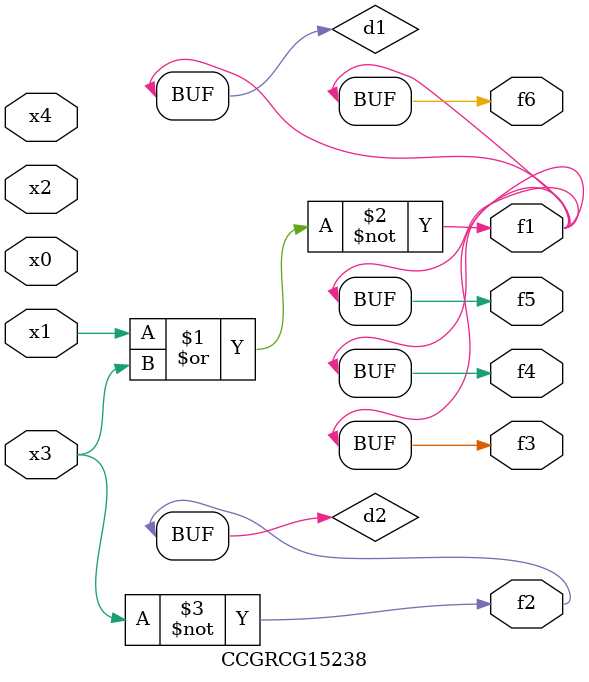
<source format=v>
module CCGRCG15238(
	input x0, x1, x2, x3, x4,
	output f1, f2, f3, f4, f5, f6
);

	wire d1, d2;

	nor (d1, x1, x3);
	not (d2, x3);
	assign f1 = d1;
	assign f2 = d2;
	assign f3 = d1;
	assign f4 = d1;
	assign f5 = d1;
	assign f6 = d1;
endmodule

</source>
